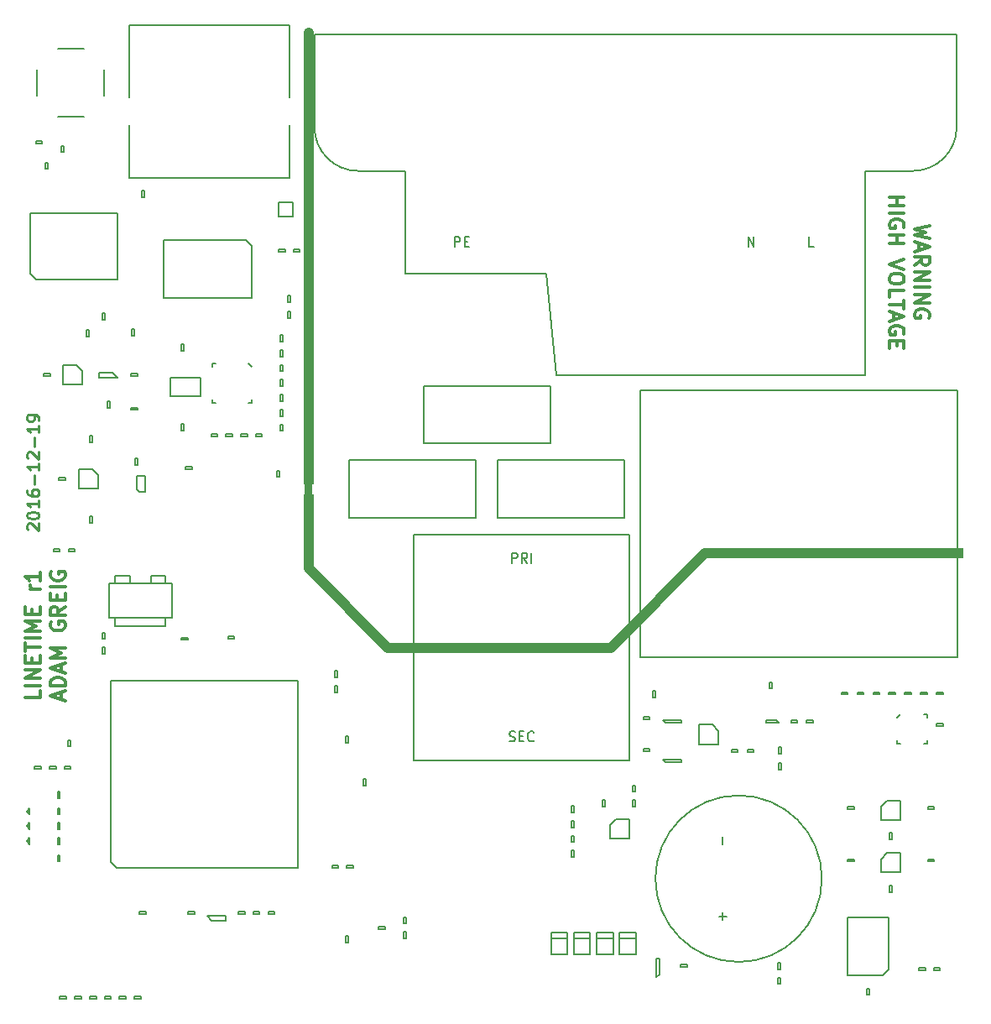
<source format=gto>
G04 #@! TF.FileFunction,Legend,Top*
%FSLAX46Y46*%
G04 Gerber Fmt 4.6, Leading zero omitted, Abs format (unit mm)*
G04 Created by KiCad (PCBNEW 201609280951+7255~55~ubuntu14.04.1-) date Mon Dec 19 07:10:35 2016*
%MOMM*%
%LPD*%
G01*
G04 APERTURE LIST*
%ADD10C,0.100000*%
%ADD11C,0.250000*%
%ADD12C,0.300000*%
%ADD13C,0.200000*%
%ADD14C,1.000000*%
%ADD15C,0.150000*%
%ADD16R,1.000000X0.950000*%
%ADD17R,0.300000X1.500000*%
%ADD18R,1.500000X0.300000*%
%ADD19C,3.600000*%
%ADD20C,2.500000*%
%ADD21C,2.000000*%
%ADD22R,0.950000X1.000000*%
%ADD23C,1.600000*%
%ADD24R,2.400000X1.900000*%
%ADD25R,1.800000X1.150000*%
%ADD26C,2.540000*%
%ADD27C,3.251200*%
%ADD28C,1.400000*%
%ADD29C,1.200000*%
%ADD30R,0.620000X0.620000*%
%ADD31R,0.640000X1.910000*%
%ADD32C,1.300000*%
%ADD33C,1.016000*%
%ADD34R,0.700000X1.800000*%
%ADD35R,0.300000X1.450000*%
%ADD36R,1.450000X0.450000*%
%ADD37R,0.450000X1.450000*%
%ADD38R,0.600000X0.250000*%
%ADD39R,0.250000X0.600000*%
%ADD40R,1.702000X1.702000*%
%ADD41R,0.230000X0.480000*%
%ADD42R,0.480000X0.230000*%
%ADD43R,1.002000X1.002000*%
%ADD44R,0.400000X0.950000*%
%ADD45C,2.800000*%
%ADD46R,0.800000X1.000000*%
%ADD47R,0.600000X1.000000*%
%ADD48R,1.000000X0.600000*%
%ADD49R,0.600000X1.100000*%
%ADD50R,1.850000X0.450000*%
%ADD51C,0.254000*%
G04 APERTURE END LIST*
D10*
D11*
X53707142Y-100128571D02*
X53650000Y-100071428D01*
X53592857Y-99957142D01*
X53592857Y-99671428D01*
X53650000Y-99557142D01*
X53707142Y-99500000D01*
X53821428Y-99442857D01*
X53935714Y-99442857D01*
X54107142Y-99500000D01*
X54792857Y-100185714D01*
X54792857Y-99442857D01*
X53592857Y-98700000D02*
X53592857Y-98585714D01*
X53650000Y-98471428D01*
X53707142Y-98414285D01*
X53821428Y-98357142D01*
X54050000Y-98300000D01*
X54335714Y-98300000D01*
X54564285Y-98357142D01*
X54678571Y-98414285D01*
X54735714Y-98471428D01*
X54792857Y-98585714D01*
X54792857Y-98700000D01*
X54735714Y-98814285D01*
X54678571Y-98871428D01*
X54564285Y-98928571D01*
X54335714Y-98985714D01*
X54050000Y-98985714D01*
X53821428Y-98928571D01*
X53707142Y-98871428D01*
X53650000Y-98814285D01*
X53592857Y-98700000D01*
X54792857Y-97157142D02*
X54792857Y-97842857D01*
X54792857Y-97500000D02*
X53592857Y-97500000D01*
X53764285Y-97614285D01*
X53878571Y-97728571D01*
X53935714Y-97842857D01*
X53592857Y-96128571D02*
X53592857Y-96357142D01*
X53650000Y-96471428D01*
X53707142Y-96528571D01*
X53878571Y-96642857D01*
X54107142Y-96700000D01*
X54564285Y-96700000D01*
X54678571Y-96642857D01*
X54735714Y-96585714D01*
X54792857Y-96471428D01*
X54792857Y-96242857D01*
X54735714Y-96128571D01*
X54678571Y-96071428D01*
X54564285Y-96014285D01*
X54278571Y-96014285D01*
X54164285Y-96071428D01*
X54107142Y-96128571D01*
X54050000Y-96242857D01*
X54050000Y-96471428D01*
X54107142Y-96585714D01*
X54164285Y-96642857D01*
X54278571Y-96700000D01*
X54335714Y-95500000D02*
X54335714Y-94585714D01*
X54792857Y-93385714D02*
X54792857Y-94071428D01*
X54792857Y-93728571D02*
X53592857Y-93728571D01*
X53764285Y-93842857D01*
X53878571Y-93957142D01*
X53935714Y-94071428D01*
X53707142Y-92928571D02*
X53650000Y-92871428D01*
X53592857Y-92757142D01*
X53592857Y-92471428D01*
X53650000Y-92357142D01*
X53707142Y-92300000D01*
X53821428Y-92242857D01*
X53935714Y-92242857D01*
X54107142Y-92300000D01*
X54792857Y-92985714D01*
X54792857Y-92242857D01*
X54335714Y-91728571D02*
X54335714Y-90814285D01*
X54792857Y-89614285D02*
X54792857Y-90300000D01*
X54792857Y-89957142D02*
X53592857Y-89957142D01*
X53764285Y-90071428D01*
X53878571Y-90185714D01*
X53935714Y-90300000D01*
X54792857Y-89042857D02*
X54792857Y-88814285D01*
X54735714Y-88700000D01*
X54678571Y-88642857D01*
X54507142Y-88528571D01*
X54278571Y-88471428D01*
X53821428Y-88471428D01*
X53707142Y-88528571D01*
X53650000Y-88585714D01*
X53592857Y-88700000D01*
X53592857Y-88928571D01*
X53650000Y-89042857D01*
X53707142Y-89100000D01*
X53821428Y-89157142D01*
X54107142Y-89157142D01*
X54221428Y-89100000D01*
X54278571Y-89042857D01*
X54335714Y-88928571D01*
X54335714Y-88700000D01*
X54278571Y-88585714D01*
X54221428Y-88528571D01*
X54107142Y-88471428D01*
D12*
X54903571Y-116321428D02*
X54903571Y-117035714D01*
X53403571Y-117035714D01*
X54903571Y-115821428D02*
X53403571Y-115821428D01*
X54903571Y-115107142D02*
X53403571Y-115107142D01*
X54903571Y-114250000D01*
X53403571Y-114250000D01*
X54117857Y-113535714D02*
X54117857Y-113035714D01*
X54903571Y-112821428D02*
X54903571Y-113535714D01*
X53403571Y-113535714D01*
X53403571Y-112821428D01*
X53403571Y-112392857D02*
X53403571Y-111535714D01*
X54903571Y-111964285D02*
X53403571Y-111964285D01*
X54903571Y-111035714D02*
X53403571Y-111035714D01*
X54903571Y-110321428D02*
X53403571Y-110321428D01*
X54475000Y-109821428D01*
X53403571Y-109321428D01*
X54903571Y-109321428D01*
X54117857Y-108607142D02*
X54117857Y-108107142D01*
X54903571Y-107892857D02*
X54903571Y-108607142D01*
X53403571Y-108607142D01*
X53403571Y-107892857D01*
X54903571Y-106107142D02*
X53903571Y-106107142D01*
X54189285Y-106107142D02*
X54046428Y-106035714D01*
X53975000Y-105964285D01*
X53903571Y-105821428D01*
X53903571Y-105678571D01*
X54903571Y-104392857D02*
X54903571Y-105250000D01*
X54903571Y-104821428D02*
X53403571Y-104821428D01*
X53617857Y-104964285D01*
X53760714Y-105107142D01*
X53832142Y-105250000D01*
X57025000Y-117214285D02*
X57025000Y-116500000D01*
X57453571Y-117357142D02*
X55953571Y-116857142D01*
X57453571Y-116357142D01*
X57453571Y-115857142D02*
X55953571Y-115857142D01*
X55953571Y-115500000D01*
X56025000Y-115285714D01*
X56167857Y-115142857D01*
X56310714Y-115071428D01*
X56596428Y-115000000D01*
X56810714Y-115000000D01*
X57096428Y-115071428D01*
X57239285Y-115142857D01*
X57382142Y-115285714D01*
X57453571Y-115500000D01*
X57453571Y-115857142D01*
X57025000Y-114428571D02*
X57025000Y-113714285D01*
X57453571Y-114571428D02*
X55953571Y-114071428D01*
X57453571Y-113571428D01*
X57453571Y-113071428D02*
X55953571Y-113071428D01*
X57025000Y-112571428D01*
X55953571Y-112071428D01*
X57453571Y-112071428D01*
X56025000Y-109428571D02*
X55953571Y-109571428D01*
X55953571Y-109785714D01*
X56025000Y-110000000D01*
X56167857Y-110142857D01*
X56310714Y-110214285D01*
X56596428Y-110285714D01*
X56810714Y-110285714D01*
X57096428Y-110214285D01*
X57239285Y-110142857D01*
X57382142Y-110000000D01*
X57453571Y-109785714D01*
X57453571Y-109642857D01*
X57382142Y-109428571D01*
X57310714Y-109357142D01*
X56810714Y-109357142D01*
X56810714Y-109642857D01*
X57453571Y-107857142D02*
X56739285Y-108357142D01*
X57453571Y-108714285D02*
X55953571Y-108714285D01*
X55953571Y-108142857D01*
X56025000Y-108000000D01*
X56096428Y-107928571D01*
X56239285Y-107857142D01*
X56453571Y-107857142D01*
X56596428Y-107928571D01*
X56667857Y-108000000D01*
X56739285Y-108142857D01*
X56739285Y-108714285D01*
X56667857Y-107214285D02*
X56667857Y-106714285D01*
X57453571Y-106500000D02*
X57453571Y-107214285D01*
X55953571Y-107214285D01*
X55953571Y-106500000D01*
X57453571Y-105857142D02*
X55953571Y-105857142D01*
X56025000Y-104357142D02*
X55953571Y-104500000D01*
X55953571Y-104714285D01*
X56025000Y-104928571D01*
X56167857Y-105071428D01*
X56310714Y-105142857D01*
X56596428Y-105214285D01*
X56810714Y-105214285D01*
X57096428Y-105142857D01*
X57239285Y-105071428D01*
X57382142Y-104928571D01*
X57453571Y-104714285D01*
X57453571Y-104571428D01*
X57382142Y-104357142D01*
X57310714Y-104285714D01*
X56810714Y-104285714D01*
X56810714Y-104571428D01*
X144646428Y-69435714D02*
X143146428Y-69792857D01*
X144217857Y-70078571D01*
X143146428Y-70364285D01*
X144646428Y-70721428D01*
X143575000Y-71221428D02*
X143575000Y-71935714D01*
X143146428Y-71078571D02*
X144646428Y-71578571D01*
X143146428Y-72078571D01*
X143146428Y-73435714D02*
X143860714Y-72935714D01*
X143146428Y-72578571D02*
X144646428Y-72578571D01*
X144646428Y-73150000D01*
X144575000Y-73292857D01*
X144503571Y-73364285D01*
X144360714Y-73435714D01*
X144146428Y-73435714D01*
X144003571Y-73364285D01*
X143932142Y-73292857D01*
X143860714Y-73150000D01*
X143860714Y-72578571D01*
X143146428Y-74078571D02*
X144646428Y-74078571D01*
X143146428Y-74935714D01*
X144646428Y-74935714D01*
X143146428Y-75650000D02*
X144646428Y-75650000D01*
X143146428Y-76364285D02*
X144646428Y-76364285D01*
X143146428Y-77221428D01*
X144646428Y-77221428D01*
X144575000Y-78721428D02*
X144646428Y-78578571D01*
X144646428Y-78364285D01*
X144575000Y-78150000D01*
X144432142Y-78007142D01*
X144289285Y-77935714D01*
X144003571Y-77864285D01*
X143789285Y-77864285D01*
X143503571Y-77935714D01*
X143360714Y-78007142D01*
X143217857Y-78150000D01*
X143146428Y-78364285D01*
X143146428Y-78507142D01*
X143217857Y-78721428D01*
X143289285Y-78792857D01*
X143789285Y-78792857D01*
X143789285Y-78507142D01*
X140596428Y-66578571D02*
X142096428Y-66578571D01*
X141382142Y-66578571D02*
X141382142Y-67435714D01*
X140596428Y-67435714D02*
X142096428Y-67435714D01*
X140596428Y-68150000D02*
X142096428Y-68150000D01*
X142025000Y-69650000D02*
X142096428Y-69507142D01*
X142096428Y-69292857D01*
X142025000Y-69078571D01*
X141882142Y-68935714D01*
X141739285Y-68864285D01*
X141453571Y-68792857D01*
X141239285Y-68792857D01*
X140953571Y-68864285D01*
X140810714Y-68935714D01*
X140667857Y-69078571D01*
X140596428Y-69292857D01*
X140596428Y-69435714D01*
X140667857Y-69650000D01*
X140739285Y-69721428D01*
X141239285Y-69721428D01*
X141239285Y-69435714D01*
X140596428Y-70364285D02*
X142096428Y-70364285D01*
X141382142Y-70364285D02*
X141382142Y-71221428D01*
X140596428Y-71221428D02*
X142096428Y-71221428D01*
X142096428Y-72864285D02*
X140596428Y-73364285D01*
X142096428Y-73864285D01*
X142096428Y-74650000D02*
X142096428Y-74935714D01*
X142025000Y-75078571D01*
X141882142Y-75221428D01*
X141596428Y-75292857D01*
X141096428Y-75292857D01*
X140810714Y-75221428D01*
X140667857Y-75078571D01*
X140596428Y-74935714D01*
X140596428Y-74650000D01*
X140667857Y-74507142D01*
X140810714Y-74364285D01*
X141096428Y-74292857D01*
X141596428Y-74292857D01*
X141882142Y-74364285D01*
X142025000Y-74507142D01*
X142096428Y-74650000D01*
X140596428Y-76650000D02*
X140596428Y-75935714D01*
X142096428Y-75935714D01*
X142096428Y-76935714D02*
X142096428Y-77792857D01*
X140596428Y-77364285D02*
X142096428Y-77364285D01*
X141025000Y-78221428D02*
X141025000Y-78935714D01*
X140596428Y-78078571D02*
X142096428Y-78578571D01*
X140596428Y-79078571D01*
X142025000Y-80364285D02*
X142096428Y-80221428D01*
X142096428Y-80007142D01*
X142025000Y-79792857D01*
X141882142Y-79650000D01*
X141739285Y-79578571D01*
X141453571Y-79507142D01*
X141239285Y-79507142D01*
X140953571Y-79578571D01*
X140810714Y-79650000D01*
X140667857Y-79792857D01*
X140596428Y-80007142D01*
X140596428Y-80150000D01*
X140667857Y-80364285D01*
X140739285Y-80435714D01*
X141239285Y-80435714D01*
X141239285Y-80150000D01*
X141382142Y-81078571D02*
X141382142Y-81578571D01*
X140596428Y-81792857D02*
X140596428Y-81078571D01*
X142096428Y-81078571D01*
X142096428Y-81792857D01*
D13*
X82000000Y-50000000D02*
X82000000Y-50000000D01*
D14*
X82000000Y-104000000D02*
X82000000Y-50000000D01*
X90000000Y-112000000D02*
X82000000Y-104000000D01*
X112500000Y-112000000D02*
X90000000Y-112000000D01*
X122000000Y-102500000D02*
X112500000Y-112000000D01*
X148000000Y-102500000D02*
X122000000Y-102500000D01*
D15*
X77325000Y-90475000D02*
X77325000Y-90725000D01*
X77325000Y-90725000D02*
X76675000Y-90725000D01*
X76675000Y-90725000D02*
X76675000Y-90475000D01*
X76675000Y-90475000D02*
X77325000Y-90475000D01*
X62050000Y-133600000D02*
X62050000Y-115300000D01*
X62050000Y-115300000D02*
X80950000Y-115300000D01*
X80950000Y-115300000D02*
X80950000Y-134200000D01*
X80950000Y-134200000D02*
X62650000Y-134200000D01*
X62650000Y-134200000D02*
X62050000Y-133600000D01*
X147400000Y-50100000D02*
X147400000Y-59500000D01*
X143000000Y-63900000D02*
G75*
G03X147400000Y-59500000I0J4400000D01*
G01*
X143000000Y-63900000D02*
X138200000Y-63900000D01*
X138200000Y-63900000D02*
X138200000Y-84500000D01*
X138200000Y-84500000D02*
X107000000Y-84500000D01*
X107000000Y-84500000D02*
X106000000Y-74300000D01*
X106000000Y-74300000D02*
X91800000Y-74300000D01*
X91800000Y-74300000D02*
X91800000Y-63900000D01*
X91800000Y-63900000D02*
X87000000Y-63900000D01*
X82600000Y-59500000D02*
G75*
G03X87000000Y-63900000I4400000J0D01*
G01*
X82600000Y-59500000D02*
X82600000Y-50100000D01*
X82600000Y-50100000D02*
X147400000Y-50100000D01*
X57375000Y-123975000D02*
X58025000Y-123975000D01*
X57375000Y-124225000D02*
X57375000Y-123975000D01*
X58025000Y-124225000D02*
X57375000Y-124225000D01*
X58025000Y-123975000D02*
X58025000Y-124225000D01*
X56525000Y-123975000D02*
X56525000Y-124225000D01*
X56525000Y-124225000D02*
X55875000Y-124225000D01*
X55875000Y-124225000D02*
X55875000Y-123975000D01*
X55875000Y-123975000D02*
X56525000Y-123975000D01*
X54375000Y-123975000D02*
X55025000Y-123975000D01*
X54375000Y-124225000D02*
X54375000Y-123975000D01*
X55025000Y-124225000D02*
X54375000Y-124225000D01*
X55025000Y-123975000D02*
X55025000Y-124225000D01*
X56925000Y-126525000D02*
X56925000Y-127175000D01*
X56675000Y-126525000D02*
X56925000Y-126525000D01*
X56675000Y-127175000D02*
X56675000Y-126525000D01*
X56925000Y-127175000D02*
X56675000Y-127175000D01*
X115775000Y-118975000D02*
X116425000Y-118975000D01*
X115775000Y-119225000D02*
X115775000Y-118975000D01*
X116425000Y-119225000D02*
X115775000Y-119225000D01*
X116425000Y-118975000D02*
X116425000Y-119225000D01*
X55925000Y-84325000D02*
X55925000Y-84575000D01*
X55925000Y-84575000D02*
X55275000Y-84575000D01*
X55275000Y-84575000D02*
X55275000Y-84325000D01*
X55275000Y-84325000D02*
X55925000Y-84325000D01*
X91825000Y-139825000D02*
X91575000Y-139825000D01*
X91575000Y-139825000D02*
X91575000Y-139175000D01*
X91575000Y-139175000D02*
X91825000Y-139175000D01*
X91825000Y-139175000D02*
X91825000Y-139825000D01*
X133800000Y-135300000D02*
G75*
G03X133800000Y-135300000I-8400000J0D01*
G01*
X71075000Y-84800000D02*
X71075000Y-86600000D01*
X71075000Y-86600000D02*
X68025000Y-86600000D01*
X68025000Y-86600000D02*
X68025000Y-84800000D01*
X68025000Y-84800000D02*
X71075000Y-84800000D01*
X57775000Y-102025000D02*
X58425000Y-102025000D01*
X57775000Y-102275000D02*
X57775000Y-102025000D01*
X58425000Y-102275000D02*
X57775000Y-102275000D01*
X58425000Y-102025000D02*
X58425000Y-102275000D01*
X56925000Y-102025000D02*
X56925000Y-102275000D01*
X56925000Y-102275000D02*
X56275000Y-102275000D01*
X56275000Y-102275000D02*
X56275000Y-102025000D01*
X56275000Y-102025000D02*
X56925000Y-102025000D01*
X78975000Y-68525000D02*
X78975000Y-67075000D01*
X78975000Y-67075000D02*
X80425000Y-67075000D01*
X80425000Y-67075000D02*
X80425000Y-68525000D01*
X80425000Y-68525000D02*
X78975000Y-68525000D01*
X60175000Y-99375000D02*
X59925000Y-99375000D01*
X59925000Y-99375000D02*
X59925000Y-98725000D01*
X59925000Y-98725000D02*
X60175000Y-98725000D01*
X60175000Y-98725000D02*
X60175000Y-99375000D01*
X63900000Y-64600000D02*
X80100000Y-64600000D01*
X63900000Y-59300000D02*
X63900000Y-64600000D01*
X63900000Y-49200000D02*
X63900000Y-56500000D01*
X80100000Y-49200000D02*
X63900000Y-49200000D01*
X80100000Y-56500000D02*
X80100000Y-49200000D01*
X80100000Y-64600000D02*
X80100000Y-59300000D01*
X128725000Y-116125000D02*
X128475000Y-116125000D01*
X128475000Y-116125000D02*
X128475000Y-115475000D01*
X128475000Y-115475000D02*
X128725000Y-115475000D01*
X128725000Y-115475000D02*
X128725000Y-116125000D01*
X57575000Y-147175000D02*
X57575000Y-147425000D01*
X57575000Y-147425000D02*
X56925000Y-147425000D01*
X56925000Y-147425000D02*
X56925000Y-147175000D01*
X56925000Y-147175000D02*
X57575000Y-147175000D01*
X129725000Y-122025000D02*
X129725000Y-122675000D01*
X129475000Y-122025000D02*
X129725000Y-122025000D01*
X129475000Y-122675000D02*
X129475000Y-122025000D01*
X129725000Y-122675000D02*
X129475000Y-122675000D01*
X77075000Y-138625000D02*
X77075000Y-138875000D01*
X77075000Y-138875000D02*
X76425000Y-138875000D01*
X76425000Y-138875000D02*
X76425000Y-138625000D01*
X76425000Y-138625000D02*
X77075000Y-138625000D01*
X74925000Y-138625000D02*
X75575000Y-138625000D01*
X74925000Y-138875000D02*
X74925000Y-138625000D01*
X75575000Y-138875000D02*
X74925000Y-138875000D01*
X75575000Y-138625000D02*
X75575000Y-138875000D01*
X69175000Y-111225000D02*
X69175000Y-110975000D01*
X69175000Y-110975000D02*
X69825000Y-110975000D01*
X69825000Y-110975000D02*
X69825000Y-111225000D01*
X69825000Y-111225000D02*
X69175000Y-111225000D01*
X64425000Y-147175000D02*
X65075000Y-147175000D01*
X64425000Y-147425000D02*
X64425000Y-147175000D01*
X65075000Y-147425000D02*
X64425000Y-147425000D01*
X65075000Y-147175000D02*
X65075000Y-147425000D01*
X60575000Y-147175000D02*
X60575000Y-147425000D01*
X60575000Y-147425000D02*
X59925000Y-147425000D01*
X59925000Y-147425000D02*
X59925000Y-147175000D01*
X59925000Y-147175000D02*
X60575000Y-147175000D01*
X64075000Y-84375000D02*
X64725000Y-84375000D01*
X64075000Y-84625000D02*
X64075000Y-84375000D01*
X64725000Y-84625000D02*
X64075000Y-84625000D01*
X64725000Y-84375000D02*
X64725000Y-84625000D01*
X84625000Y-114325000D02*
X84875000Y-114325000D01*
X84875000Y-114325000D02*
X84875000Y-114975000D01*
X84875000Y-114975000D02*
X84625000Y-114975000D01*
X84625000Y-114975000D02*
X84625000Y-114325000D01*
X85875000Y-133925000D02*
X86525000Y-133925000D01*
X85875000Y-134175000D02*
X85875000Y-133925000D01*
X86525000Y-134175000D02*
X85875000Y-134175000D01*
X86525000Y-133925000D02*
X86525000Y-134175000D01*
X138325000Y-146375000D02*
X138575000Y-146375000D01*
X138575000Y-146375000D02*
X138575000Y-147025000D01*
X138575000Y-147025000D02*
X138325000Y-147025000D01*
X138325000Y-147025000D02*
X138325000Y-146375000D01*
X129475000Y-124275000D02*
X129475000Y-123625000D01*
X129725000Y-124275000D02*
X129475000Y-124275000D01*
X129725000Y-123625000D02*
X129725000Y-124275000D01*
X129475000Y-123625000D02*
X129725000Y-123625000D01*
X55725000Y-63725000D02*
X55475000Y-63725000D01*
X55475000Y-63725000D02*
X55475000Y-63075000D01*
X55475000Y-63075000D02*
X55725000Y-63075000D01*
X55725000Y-63075000D02*
X55725000Y-63725000D01*
X65425000Y-65875000D02*
X65425000Y-66525000D01*
X65175000Y-65875000D02*
X65425000Y-65875000D01*
X65175000Y-66525000D02*
X65175000Y-65875000D01*
X65425000Y-66525000D02*
X65175000Y-66525000D01*
X78975000Y-72025000D02*
X78975000Y-71775000D01*
X78975000Y-71775000D02*
X79625000Y-71775000D01*
X79625000Y-71775000D02*
X79625000Y-72025000D01*
X79625000Y-72025000D02*
X78975000Y-72025000D01*
X81125000Y-72025000D02*
X80475000Y-72025000D01*
X81125000Y-71775000D02*
X81125000Y-72025000D01*
X80475000Y-71775000D02*
X81125000Y-71775000D01*
X80475000Y-72025000D02*
X80475000Y-71775000D01*
X72825000Y-90475000D02*
X72825000Y-90725000D01*
X72825000Y-90725000D02*
X72175000Y-90725000D01*
X72175000Y-90725000D02*
X72175000Y-90475000D01*
X72175000Y-90475000D02*
X72825000Y-90475000D01*
X75175000Y-90475000D02*
X75825000Y-90475000D01*
X75175000Y-90725000D02*
X75175000Y-90475000D01*
X75825000Y-90725000D02*
X75175000Y-90725000D01*
X75825000Y-90475000D02*
X75825000Y-90725000D01*
X64425000Y-80525000D02*
X64175000Y-80525000D01*
X64175000Y-80525000D02*
X64175000Y-79875000D01*
X64175000Y-79875000D02*
X64425000Y-79875000D01*
X64425000Y-79875000D02*
X64425000Y-80525000D01*
X131325000Y-119525000D02*
X130675000Y-119525000D01*
X131325000Y-119275000D02*
X131325000Y-119525000D01*
X130675000Y-119275000D02*
X131325000Y-119275000D01*
X130675000Y-119525000D02*
X130675000Y-119275000D01*
X79425000Y-87125000D02*
X79175000Y-87125000D01*
X79175000Y-87125000D02*
X79175000Y-86475000D01*
X79175000Y-86475000D02*
X79425000Y-86475000D01*
X79425000Y-86475000D02*
X79425000Y-87125000D01*
X79425000Y-87975000D02*
X79425000Y-88625000D01*
X79175000Y-87975000D02*
X79425000Y-87975000D01*
X79175000Y-88625000D02*
X79175000Y-87975000D01*
X79425000Y-88625000D02*
X79175000Y-88625000D01*
X79425000Y-90125000D02*
X79175000Y-90125000D01*
X79175000Y-90125000D02*
X79175000Y-89475000D01*
X79175000Y-89475000D02*
X79425000Y-89475000D01*
X79425000Y-89475000D02*
X79425000Y-90125000D01*
X79875000Y-77125000D02*
X79875000Y-76475000D01*
X80125000Y-77125000D02*
X79875000Y-77125000D01*
X80125000Y-76475000D02*
X80125000Y-77125000D01*
X79875000Y-76475000D02*
X80125000Y-76475000D01*
X111875000Y-128025000D02*
X111625000Y-128025000D01*
X111625000Y-128025000D02*
X111625000Y-127375000D01*
X111625000Y-127375000D02*
X111875000Y-127375000D01*
X111875000Y-127375000D02*
X111875000Y-128025000D01*
X56925000Y-129675000D02*
X56925000Y-130325000D01*
X56675000Y-129675000D02*
X56925000Y-129675000D01*
X56675000Y-130325000D02*
X56675000Y-129675000D01*
X56925000Y-130325000D02*
X56675000Y-130325000D01*
X56925000Y-128825000D02*
X56675000Y-128825000D01*
X56675000Y-128825000D02*
X56675000Y-128175000D01*
X56675000Y-128175000D02*
X56925000Y-128175000D01*
X56925000Y-128175000D02*
X56925000Y-128825000D01*
X74525000Y-111075000D02*
X73875000Y-111075000D01*
X74525000Y-110825000D02*
X74525000Y-111075000D01*
X73875000Y-110825000D02*
X74525000Y-110825000D01*
X73875000Y-111075000D02*
X73875000Y-110825000D01*
X56925000Y-131825000D02*
X56675000Y-131825000D01*
X56675000Y-131825000D02*
X56675000Y-131175000D01*
X56675000Y-131175000D02*
X56925000Y-131175000D01*
X56925000Y-131175000D02*
X56925000Y-131825000D01*
X63575000Y-147175000D02*
X63575000Y-147425000D01*
X63575000Y-147425000D02*
X62925000Y-147425000D01*
X62925000Y-147425000D02*
X62925000Y-147175000D01*
X62925000Y-147175000D02*
X63575000Y-147175000D01*
X64925000Y-138625000D02*
X65575000Y-138625000D01*
X64925000Y-138875000D02*
X64925000Y-138625000D01*
X65575000Y-138875000D02*
X64925000Y-138875000D01*
X65575000Y-138625000D02*
X65575000Y-138875000D01*
X79175000Y-83475000D02*
X79425000Y-83475000D01*
X79425000Y-83475000D02*
X79425000Y-84125000D01*
X79425000Y-84125000D02*
X79175000Y-84125000D01*
X79175000Y-84125000D02*
X79175000Y-83475000D01*
X57075000Y-62025000D02*
X57075000Y-61375000D01*
X57325000Y-62025000D02*
X57075000Y-62025000D01*
X57325000Y-61375000D02*
X57325000Y-62025000D01*
X57075000Y-61375000D02*
X57325000Y-61375000D01*
X81875000Y-96325000D02*
X81875000Y-95675000D01*
X82125000Y-96325000D02*
X81875000Y-96325000D01*
X82125000Y-95675000D02*
X82125000Y-96325000D01*
X81875000Y-95675000D02*
X82125000Y-95675000D01*
X78575000Y-138625000D02*
X78575000Y-138875000D01*
X78575000Y-138875000D02*
X77925000Y-138875000D01*
X77925000Y-138875000D02*
X77925000Y-138625000D01*
X77925000Y-138625000D02*
X78575000Y-138625000D01*
X79425000Y-80475000D02*
X79425000Y-81125000D01*
X79175000Y-80475000D02*
X79425000Y-80475000D01*
X79175000Y-81125000D02*
X79175000Y-80475000D01*
X79425000Y-81125000D02*
X79175000Y-81125000D01*
X70225000Y-94025000D02*
X69575000Y-94025000D01*
X70225000Y-93775000D02*
X70225000Y-94025000D01*
X69575000Y-93775000D02*
X70225000Y-93775000D01*
X69575000Y-94025000D02*
X69575000Y-93775000D01*
X79075000Y-94775000D02*
X78825000Y-94775000D01*
X78825000Y-94775000D02*
X78825000Y-94125000D01*
X78825000Y-94125000D02*
X79075000Y-94125000D01*
X79075000Y-94125000D02*
X79075000Y-94775000D01*
X142175000Y-116475000D02*
X142825000Y-116475000D01*
X142175000Y-116725000D02*
X142175000Y-116475000D01*
X142825000Y-116725000D02*
X142175000Y-116725000D01*
X142825000Y-116475000D02*
X142825000Y-116725000D01*
X144425000Y-116475000D02*
X144425000Y-116725000D01*
X144425000Y-116725000D02*
X143775000Y-116725000D01*
X143775000Y-116725000D02*
X143775000Y-116475000D01*
X143775000Y-116475000D02*
X144425000Y-116475000D01*
X140575000Y-116475000D02*
X141225000Y-116475000D01*
X140575000Y-116725000D02*
X140575000Y-116475000D01*
X141225000Y-116725000D02*
X140575000Y-116725000D01*
X141225000Y-116475000D02*
X141225000Y-116725000D01*
X137375000Y-116725000D02*
X137375000Y-116475000D01*
X137375000Y-116475000D02*
X138025000Y-116475000D01*
X138025000Y-116475000D02*
X138025000Y-116725000D01*
X138025000Y-116725000D02*
X137375000Y-116725000D01*
X135775000Y-116475000D02*
X136425000Y-116475000D01*
X135775000Y-116725000D02*
X135775000Y-116475000D01*
X136425000Y-116725000D02*
X135775000Y-116725000D01*
X136425000Y-116475000D02*
X136425000Y-116725000D01*
X74325000Y-90475000D02*
X74325000Y-90725000D01*
X74325000Y-90725000D02*
X73675000Y-90725000D01*
X73675000Y-90725000D02*
X73675000Y-90475000D01*
X73675000Y-90475000D02*
X74325000Y-90475000D01*
X85975000Y-141075000D02*
X85975000Y-141725000D01*
X85725000Y-141075000D02*
X85975000Y-141075000D01*
X85725000Y-141725000D02*
X85725000Y-141075000D01*
X85975000Y-141725000D02*
X85725000Y-141725000D01*
X108525000Y-130975000D02*
X108775000Y-130975000D01*
X108775000Y-130975000D02*
X108775000Y-131625000D01*
X108775000Y-131625000D02*
X108525000Y-131625000D01*
X108525000Y-131625000D02*
X108525000Y-130975000D01*
X108525000Y-130125000D02*
X108525000Y-129475000D01*
X108775000Y-130125000D02*
X108525000Y-130125000D01*
X108775000Y-129475000D02*
X108775000Y-130125000D01*
X108525000Y-129475000D02*
X108775000Y-129475000D01*
X119575000Y-144225000D02*
X119575000Y-143975000D01*
X119575000Y-143975000D02*
X120225000Y-143975000D01*
X120225000Y-143975000D02*
X120225000Y-144225000D01*
X120225000Y-144225000D02*
X119575000Y-144225000D01*
X61475000Y-111975000D02*
X61475000Y-112625000D01*
X61225000Y-111975000D02*
X61475000Y-111975000D01*
X61225000Y-112625000D02*
X61225000Y-111975000D01*
X61475000Y-112625000D02*
X61225000Y-112625000D01*
X84625000Y-115825000D02*
X84875000Y-115825000D01*
X84875000Y-115825000D02*
X84875000Y-116475000D01*
X84875000Y-116475000D02*
X84625000Y-116475000D01*
X84625000Y-116475000D02*
X84625000Y-115825000D01*
X87525000Y-125925000D02*
X87525000Y-125275000D01*
X87775000Y-125925000D02*
X87525000Y-125925000D01*
X87775000Y-125275000D02*
X87775000Y-125925000D01*
X87525000Y-125275000D02*
X87775000Y-125275000D01*
X70475000Y-138625000D02*
X70475000Y-138875000D01*
X70475000Y-138875000D02*
X69825000Y-138875000D01*
X69825000Y-138875000D02*
X69825000Y-138625000D01*
X69825000Y-138625000D02*
X70475000Y-138625000D01*
X57975000Y-121975000D02*
X57725000Y-121975000D01*
X57725000Y-121975000D02*
X57725000Y-121325000D01*
X57725000Y-121325000D02*
X57975000Y-121325000D01*
X57975000Y-121325000D02*
X57975000Y-121975000D01*
X85775000Y-121575000D02*
X85775000Y-120925000D01*
X86025000Y-121575000D02*
X85775000Y-121575000D01*
X86025000Y-120925000D02*
X86025000Y-121575000D01*
X85775000Y-120925000D02*
X86025000Y-120925000D01*
X56925000Y-133575000D02*
X56675000Y-133575000D01*
X56675000Y-133575000D02*
X56675000Y-132925000D01*
X56675000Y-132925000D02*
X56925000Y-132925000D01*
X56925000Y-132925000D02*
X56925000Y-133575000D01*
X129625000Y-143775000D02*
X129625000Y-144425000D01*
X129375000Y-143775000D02*
X129625000Y-143775000D01*
X129375000Y-144425000D02*
X129375000Y-143775000D01*
X129625000Y-144425000D02*
X129375000Y-144425000D01*
X85025000Y-133925000D02*
X85025000Y-134175000D01*
X85025000Y-134175000D02*
X84375000Y-134175000D01*
X84375000Y-134175000D02*
X84375000Y-133925000D01*
X84375000Y-133925000D02*
X85025000Y-133925000D01*
X144225000Y-144525000D02*
X143575000Y-144525000D01*
X144225000Y-144275000D02*
X144225000Y-144525000D01*
X143575000Y-144275000D02*
X144225000Y-144275000D01*
X143575000Y-144525000D02*
X143575000Y-144275000D01*
X145075000Y-144525000D02*
X145075000Y-144275000D01*
X145075000Y-144275000D02*
X145725000Y-144275000D01*
X145725000Y-144275000D02*
X145725000Y-144525000D01*
X145725000Y-144525000D02*
X145075000Y-144525000D01*
X129625000Y-145275000D02*
X129625000Y-145925000D01*
X129375000Y-145275000D02*
X129625000Y-145275000D01*
X129375000Y-145925000D02*
X129375000Y-145275000D01*
X129625000Y-145925000D02*
X129375000Y-145925000D01*
X69125000Y-89425000D02*
X69375000Y-89425000D01*
X69375000Y-89425000D02*
X69375000Y-90075000D01*
X69375000Y-90075000D02*
X69125000Y-90075000D01*
X69125000Y-90075000D02*
X69125000Y-89425000D01*
X79425000Y-84975000D02*
X79425000Y-85625000D01*
X79175000Y-84975000D02*
X79425000Y-84975000D01*
X79175000Y-85625000D02*
X79175000Y-84975000D01*
X79425000Y-85625000D02*
X79175000Y-85625000D01*
X146025000Y-116725000D02*
X145375000Y-116725000D01*
X146025000Y-116475000D02*
X146025000Y-116725000D01*
X145375000Y-116475000D02*
X146025000Y-116475000D01*
X145375000Y-116725000D02*
X145375000Y-116475000D01*
X114725000Y-127375000D02*
X114975000Y-127375000D01*
X114975000Y-127375000D02*
X114975000Y-128025000D01*
X114975000Y-128025000D02*
X114725000Y-128025000D01*
X114725000Y-128025000D02*
X114725000Y-127375000D01*
X139625000Y-116725000D02*
X138975000Y-116725000D01*
X139625000Y-116475000D02*
X139625000Y-116725000D01*
X138975000Y-116475000D02*
X139625000Y-116475000D01*
X138975000Y-116725000D02*
X138975000Y-116475000D01*
X89725000Y-140175000D02*
X89725000Y-140425000D01*
X89725000Y-140425000D02*
X89075000Y-140425000D01*
X89075000Y-140425000D02*
X89075000Y-140175000D01*
X89075000Y-140175000D02*
X89725000Y-140175000D01*
X91825000Y-140675000D02*
X91825000Y-141325000D01*
X91575000Y-140675000D02*
X91825000Y-140675000D01*
X91575000Y-141325000D02*
X91575000Y-140675000D01*
X91825000Y-141325000D02*
X91575000Y-141325000D01*
X108775000Y-132475000D02*
X108775000Y-133125000D01*
X108525000Y-132475000D02*
X108775000Y-132475000D01*
X108525000Y-133125000D02*
X108525000Y-132475000D01*
X108775000Y-133125000D02*
X108525000Y-133125000D01*
X114725000Y-125875000D02*
X114975000Y-125875000D01*
X114975000Y-125875000D02*
X114975000Y-126525000D01*
X114975000Y-126525000D02*
X114725000Y-126525000D01*
X114725000Y-126525000D02*
X114725000Y-125875000D01*
X108775000Y-127975000D02*
X108775000Y-128625000D01*
X108525000Y-127975000D02*
X108775000Y-127975000D01*
X108525000Y-128625000D02*
X108525000Y-127975000D01*
X108775000Y-128625000D02*
X108525000Y-128625000D01*
X145375000Y-119925000D02*
X145375000Y-119675000D01*
X145375000Y-119675000D02*
X146025000Y-119675000D01*
X146025000Y-119675000D02*
X146025000Y-119925000D01*
X146025000Y-119925000D02*
X145375000Y-119925000D01*
X58425000Y-147175000D02*
X59075000Y-147175000D01*
X58425000Y-147425000D02*
X58425000Y-147175000D01*
X59075000Y-147425000D02*
X58425000Y-147425000D01*
X59075000Y-147175000D02*
X59075000Y-147425000D01*
X79425000Y-82625000D02*
X79175000Y-82625000D01*
X79175000Y-82625000D02*
X79175000Y-81975000D01*
X79175000Y-81975000D02*
X79425000Y-81975000D01*
X79425000Y-81975000D02*
X79425000Y-82625000D01*
X55125000Y-61125000D02*
X54475000Y-61125000D01*
X55125000Y-60875000D02*
X55125000Y-61125000D01*
X54475000Y-60875000D02*
X55125000Y-60875000D01*
X54475000Y-61125000D02*
X54475000Y-60875000D01*
X61175000Y-78275000D02*
X61425000Y-78275000D01*
X61425000Y-78275000D02*
X61425000Y-78925000D01*
X61425000Y-78925000D02*
X61175000Y-78925000D01*
X61175000Y-78925000D02*
X61175000Y-78275000D01*
X59825000Y-79975000D02*
X59825000Y-80625000D01*
X59575000Y-79975000D02*
X59825000Y-79975000D01*
X59575000Y-80625000D02*
X59575000Y-79975000D01*
X59825000Y-80625000D02*
X59575000Y-80625000D01*
X61925000Y-87775000D02*
X61675000Y-87775000D01*
X61675000Y-87775000D02*
X61675000Y-87125000D01*
X61675000Y-87125000D02*
X61925000Y-87125000D01*
X61925000Y-87125000D02*
X61925000Y-87775000D01*
X64075000Y-88025000D02*
X64075000Y-87775000D01*
X64075000Y-87775000D02*
X64725000Y-87775000D01*
X64725000Y-87775000D02*
X64725000Y-88025000D01*
X64725000Y-88025000D02*
X64075000Y-88025000D01*
X64725000Y-92925000D02*
X64725000Y-93575000D01*
X64475000Y-92925000D02*
X64725000Y-92925000D01*
X64475000Y-93575000D02*
X64475000Y-92925000D01*
X64725000Y-93575000D02*
X64475000Y-93575000D01*
X60175000Y-90625000D02*
X60175000Y-91275000D01*
X59925000Y-90625000D02*
X60175000Y-90625000D01*
X59925000Y-91275000D02*
X59925000Y-90625000D01*
X60175000Y-91275000D02*
X59925000Y-91275000D01*
X56825000Y-95125000D02*
X56825000Y-94875000D01*
X56825000Y-94875000D02*
X57475000Y-94875000D01*
X57475000Y-94875000D02*
X57475000Y-95125000D01*
X57475000Y-95125000D02*
X56825000Y-95125000D01*
X69125000Y-82025000D02*
X69125000Y-81375000D01*
X69375000Y-82025000D02*
X69125000Y-82025000D01*
X69375000Y-81375000D02*
X69375000Y-82025000D01*
X69125000Y-81375000D02*
X69375000Y-81375000D01*
X126275000Y-122525000D02*
X126275000Y-122275000D01*
X126275000Y-122275000D02*
X126925000Y-122275000D01*
X126925000Y-122275000D02*
X126925000Y-122525000D01*
X126925000Y-122525000D02*
X126275000Y-122525000D01*
X132925000Y-119525000D02*
X132275000Y-119525000D01*
X132925000Y-119275000D02*
X132925000Y-119525000D01*
X132275000Y-119275000D02*
X132925000Y-119275000D01*
X132275000Y-119525000D02*
X132275000Y-119275000D01*
X62075000Y-147175000D02*
X62075000Y-147425000D01*
X62075000Y-147425000D02*
X61425000Y-147425000D01*
X61425000Y-147425000D02*
X61425000Y-147175000D01*
X61425000Y-147175000D02*
X62075000Y-147175000D01*
X144475000Y-133325000D02*
X145125000Y-133325000D01*
X144475000Y-133575000D02*
X144475000Y-133325000D01*
X145125000Y-133575000D02*
X144475000Y-133575000D01*
X145125000Y-133325000D02*
X145125000Y-133575000D01*
X140875000Y-136675000D02*
X140625000Y-136675000D01*
X140625000Y-136675000D02*
X140625000Y-136025000D01*
X140625000Y-136025000D02*
X140875000Y-136025000D01*
X140875000Y-136025000D02*
X140875000Y-136675000D01*
X136375000Y-133325000D02*
X137025000Y-133325000D01*
X136375000Y-133575000D02*
X136375000Y-133325000D01*
X137025000Y-133575000D02*
X136375000Y-133575000D01*
X137025000Y-133325000D02*
X137025000Y-133575000D01*
X79875000Y-78725000D02*
X79875000Y-78075000D01*
X80125000Y-78725000D02*
X79875000Y-78725000D01*
X80125000Y-78075000D02*
X80125000Y-78725000D01*
X79875000Y-78075000D02*
X80125000Y-78075000D01*
X145125000Y-128025000D02*
X145125000Y-128275000D01*
X145125000Y-128275000D02*
X144475000Y-128275000D01*
X144475000Y-128275000D02*
X144475000Y-128025000D01*
X144475000Y-128025000D02*
X145125000Y-128025000D01*
X140875000Y-130675000D02*
X140875000Y-131325000D01*
X140625000Y-130675000D02*
X140875000Y-130675000D01*
X140625000Y-131325000D02*
X140625000Y-130675000D01*
X140875000Y-131325000D02*
X140625000Y-131325000D01*
X137025000Y-128025000D02*
X137025000Y-128275000D01*
X137025000Y-128275000D02*
X136375000Y-128275000D01*
X136375000Y-128275000D02*
X136375000Y-128025000D01*
X136375000Y-128025000D02*
X137025000Y-128025000D01*
X116775000Y-116375000D02*
X117025000Y-116375000D01*
X117025000Y-116375000D02*
X117025000Y-117025000D01*
X117025000Y-117025000D02*
X116775000Y-117025000D01*
X116775000Y-117025000D02*
X116775000Y-116375000D01*
X116425000Y-122175000D02*
X116425000Y-122425000D01*
X116425000Y-122425000D02*
X115775000Y-122425000D01*
X115775000Y-122425000D02*
X115775000Y-122175000D01*
X115775000Y-122175000D02*
X116425000Y-122175000D01*
X61475000Y-110475000D02*
X61475000Y-111125000D01*
X61225000Y-110475000D02*
X61475000Y-110475000D01*
X61225000Y-111125000D02*
X61225000Y-110475000D01*
X61475000Y-111125000D02*
X61225000Y-111125000D01*
X124675000Y-122525000D02*
X124675000Y-122275000D01*
X124675000Y-122275000D02*
X125325000Y-122275000D01*
X125325000Y-122275000D02*
X125325000Y-122525000D01*
X125325000Y-122525000D02*
X124675000Y-122525000D01*
X53575000Y-128500000D02*
X53825000Y-128175000D01*
X53575000Y-128500000D02*
X53825000Y-128825000D01*
X53825000Y-128175000D02*
X53825000Y-128825000D01*
X53825000Y-129675000D02*
X53825000Y-130325000D01*
X53575000Y-130000000D02*
X53825000Y-130325000D01*
X53575000Y-130000000D02*
X53825000Y-129675000D01*
X53575000Y-131500000D02*
X53825000Y-131175000D01*
X53575000Y-131500000D02*
X53825000Y-131825000D01*
X53825000Y-131175000D02*
X53825000Y-131825000D01*
X76245000Y-71470000D02*
X76245000Y-76730000D01*
X76245000Y-76730000D02*
X67355000Y-76730000D01*
X67355000Y-76730000D02*
X67355000Y-70870000D01*
X67355000Y-70870000D02*
X75645000Y-70870000D01*
X75645000Y-70870000D02*
X76245000Y-71470000D01*
X114400000Y-100600000D02*
X92600000Y-100600000D01*
X92600000Y-100600000D02*
X92600000Y-123400000D01*
X92600000Y-123400000D02*
X114400000Y-123400000D01*
X114400000Y-123400000D02*
X114400000Y-100600000D01*
X106400000Y-91400000D02*
X93600000Y-91400000D01*
X93600000Y-91400000D02*
X93600000Y-85600000D01*
X93600000Y-85600000D02*
X106400000Y-85600000D01*
X106400000Y-85600000D02*
X106400000Y-91400000D01*
X98900000Y-93100000D02*
X98900000Y-98900000D01*
X86100000Y-93100000D02*
X98900000Y-93100000D01*
X86100000Y-98900000D02*
X86100000Y-93100000D01*
X98900000Y-98900000D02*
X86100000Y-98900000D01*
X113900000Y-98900000D02*
X101100000Y-98900000D01*
X101100000Y-98900000D02*
X101100000Y-93100000D01*
X101100000Y-93100000D02*
X113900000Y-93100000D01*
X113900000Y-93100000D02*
X113900000Y-98900000D01*
X62510000Y-105535500D02*
X62510000Y-104710000D01*
X62510000Y-104710000D02*
X63970500Y-104710000D01*
X63970500Y-104710000D02*
X63970500Y-105535500D01*
X67590000Y-105535500D02*
X67590000Y-104710000D01*
X67590000Y-104710000D02*
X66129500Y-104710000D01*
X66129500Y-104710000D02*
X66129500Y-105535500D01*
X67590000Y-108964500D02*
X67590000Y-109790000D01*
X67590000Y-109790000D02*
X62510000Y-109790000D01*
X62510000Y-109790000D02*
X62510000Y-108964500D01*
X65050000Y-108964500D02*
X61875000Y-108964500D01*
X61875000Y-108964500D02*
X61875000Y-105535500D01*
X61875000Y-105535500D02*
X68225000Y-105535500D01*
X68225000Y-105535500D02*
X68225000Y-108964500D01*
X68225000Y-108964500D02*
X65050000Y-108964500D01*
X53900000Y-74250000D02*
X53900000Y-68150000D01*
X53900000Y-68150000D02*
X62700000Y-68150000D01*
X62700000Y-68150000D02*
X62700000Y-74850000D01*
X62700000Y-74850000D02*
X54500000Y-74850000D01*
X54500000Y-74850000D02*
X53900000Y-74250000D01*
X59200000Y-84125000D02*
X59200000Y-85475000D01*
X59200000Y-85475000D02*
X57200000Y-85475000D01*
X57200000Y-85475000D02*
X57200000Y-83525000D01*
X57200000Y-83525000D02*
X58600000Y-83525000D01*
X58600000Y-83525000D02*
X59200000Y-84125000D01*
X140375000Y-132725000D02*
X141725000Y-132725000D01*
X141725000Y-132725000D02*
X141725000Y-134675000D01*
X141725000Y-134675000D02*
X139775000Y-134675000D01*
X139775000Y-134675000D02*
X139775000Y-133325000D01*
X139775000Y-133325000D02*
X140375000Y-132725000D01*
X139775000Y-128025000D02*
X140375000Y-127425000D01*
X139775000Y-129375000D02*
X139775000Y-128025000D01*
X141725000Y-129375000D02*
X139775000Y-129375000D01*
X141725000Y-127425000D02*
X141725000Y-129375000D01*
X140375000Y-127425000D02*
X141725000Y-127425000D01*
X123325000Y-120375000D02*
X123325000Y-121725000D01*
X123325000Y-121725000D02*
X121375000Y-121725000D01*
X121375000Y-121725000D02*
X121375000Y-119775000D01*
X121375000Y-119775000D02*
X122725000Y-119775000D01*
X122725000Y-119775000D02*
X123325000Y-120375000D01*
X60175000Y-94025000D02*
X60775000Y-94625000D01*
X58825000Y-94025000D02*
X60175000Y-94025000D01*
X58825000Y-95975000D02*
X58825000Y-94025000D01*
X60775000Y-95975000D02*
X58825000Y-95975000D01*
X60775000Y-94625000D02*
X60775000Y-95975000D01*
X113025000Y-129275000D02*
X114375000Y-129275000D01*
X114375000Y-129275000D02*
X114375000Y-131225000D01*
X114375000Y-131225000D02*
X112425000Y-131225000D01*
X112425000Y-131225000D02*
X112425000Y-129875000D01*
X112425000Y-129875000D02*
X113025000Y-129275000D01*
X141400000Y-119050000D02*
X141750000Y-118700000D01*
X144050000Y-118700000D02*
X144400000Y-118700000D01*
X144400000Y-118700000D02*
X144400000Y-119050000D01*
X144050000Y-121700000D02*
X144400000Y-121700000D01*
X144400000Y-121700000D02*
X144400000Y-121350000D01*
X141750000Y-121700000D02*
X141400000Y-121700000D01*
X141400000Y-121700000D02*
X141400000Y-121350000D01*
X75950000Y-83300000D02*
X76300000Y-83650000D01*
X76300000Y-86950000D02*
X76300000Y-87300000D01*
X76300000Y-87300000D02*
X75950000Y-87300000D01*
X72300000Y-86950000D02*
X72300000Y-87300000D01*
X72300000Y-87300000D02*
X72650000Y-87300000D01*
X72300000Y-83650000D02*
X72300000Y-83300000D01*
X72300000Y-83300000D02*
X72650000Y-83300000D01*
X129450000Y-119525000D02*
X129450000Y-119525000D01*
X129450000Y-119525000D02*
X128150000Y-119525000D01*
X128150000Y-119525000D02*
X128150000Y-119275000D01*
X128150000Y-119275000D02*
X129200000Y-119275000D01*
X129200000Y-119275000D02*
X129450000Y-119525000D01*
X56700000Y-58400000D02*
X59300000Y-58400000D01*
X54600000Y-53700000D02*
X54600000Y-56300000D01*
X61400000Y-53700000D02*
X61400000Y-56300000D01*
X56700000Y-51600000D02*
X59300000Y-51600000D01*
X112725000Y-141300000D02*
X111075000Y-141300000D01*
X111075000Y-140750000D02*
X112725000Y-140750000D01*
X111075000Y-142950000D02*
X111075000Y-140750000D01*
X112725000Y-142950000D02*
X111075000Y-142950000D01*
X112725000Y-140750000D02*
X112725000Y-142950000D01*
X108125000Y-140750000D02*
X108125000Y-142950000D01*
X108125000Y-142950000D02*
X106475000Y-142950000D01*
X106475000Y-142950000D02*
X106475000Y-140750000D01*
X106475000Y-140750000D02*
X108125000Y-140750000D01*
X108125000Y-141300000D02*
X106475000Y-141300000D01*
X110425000Y-141300000D02*
X108775000Y-141300000D01*
X108775000Y-140750000D02*
X110425000Y-140750000D01*
X108775000Y-142950000D02*
X108775000Y-140750000D01*
X110425000Y-142950000D02*
X108775000Y-142950000D01*
X110425000Y-140750000D02*
X110425000Y-142950000D01*
X115025000Y-140750000D02*
X115025000Y-142950000D01*
X115025000Y-142950000D02*
X113375000Y-142950000D01*
X113375000Y-142950000D02*
X113375000Y-140750000D01*
X113375000Y-140750000D02*
X115025000Y-140750000D01*
X115025000Y-141300000D02*
X113375000Y-141300000D01*
X117750000Y-123250000D02*
X117750000Y-123250000D01*
X117750000Y-123250000D02*
X119650000Y-123250000D01*
X119650000Y-123250000D02*
X119650000Y-123550000D01*
X119650000Y-123550000D02*
X118050000Y-123550000D01*
X118050000Y-123550000D02*
X117750000Y-123250000D01*
X118050000Y-119600000D02*
X117750000Y-119300000D01*
X119650000Y-119600000D02*
X118050000Y-119600000D01*
X119650000Y-119300000D02*
X119650000Y-119600000D01*
X117750000Y-119300000D02*
X119650000Y-119300000D01*
X117750000Y-119300000D02*
X117750000Y-119300000D01*
X117100000Y-145250000D02*
X117100000Y-145250000D01*
X117100000Y-145250000D02*
X117100000Y-143350000D01*
X117100000Y-143350000D02*
X117400000Y-143350000D01*
X117400000Y-143350000D02*
X117400000Y-144950000D01*
X117400000Y-144950000D02*
X117100000Y-145250000D01*
X62750000Y-84750000D02*
X62750000Y-84750000D01*
X62750000Y-84750000D02*
X60850000Y-84750000D01*
X60850000Y-84750000D02*
X60850000Y-84250000D01*
X60850000Y-84250000D02*
X62250000Y-84250000D01*
X62250000Y-84250000D02*
X62750000Y-84750000D01*
X71750000Y-139050000D02*
X71750000Y-139050000D01*
X71750000Y-139050000D02*
X73650000Y-139050000D01*
X73650000Y-139050000D02*
X73650000Y-139550000D01*
X73650000Y-139550000D02*
X72250000Y-139550000D01*
X72250000Y-139550000D02*
X71750000Y-139050000D01*
X139925000Y-145025000D02*
X136375000Y-145025000D01*
X136375000Y-145025000D02*
X136375000Y-139175000D01*
X136375000Y-139175000D02*
X140525000Y-139175000D01*
X140525000Y-139175000D02*
X140525000Y-144425000D01*
X140525000Y-144425000D02*
X139925000Y-145025000D01*
X64950000Y-96300000D02*
X64650000Y-96050000D01*
X64650000Y-94700000D02*
X64650000Y-96050000D01*
X65550000Y-94700000D02*
X64650000Y-94700000D01*
X65550000Y-96300000D02*
X65550000Y-94700000D01*
X64950000Y-96300000D02*
X65550000Y-96300000D01*
X115500000Y-86000000D02*
X147500000Y-86000000D01*
X147500000Y-86000000D02*
X147500000Y-113000000D01*
X147500000Y-113000000D02*
X115500000Y-113000000D01*
X115500000Y-113000000D02*
X115500000Y-86000000D01*
X132959523Y-71552380D02*
X132483333Y-71552380D01*
X132483333Y-70552380D01*
X126364285Y-71552380D02*
X126364285Y-70552380D01*
X126935714Y-71552380D01*
X126935714Y-70552380D01*
X96735714Y-71552380D02*
X96735714Y-70552380D01*
X97116666Y-70552380D01*
X97211904Y-70600000D01*
X97259523Y-70647619D01*
X97307142Y-70742857D01*
X97307142Y-70885714D01*
X97259523Y-70980952D01*
X97211904Y-71028571D01*
X97116666Y-71076190D01*
X96735714Y-71076190D01*
X97735714Y-71028571D02*
X98069047Y-71028571D01*
X98211904Y-71552380D02*
X97735714Y-71552380D01*
X97735714Y-70552380D01*
X98211904Y-70552380D01*
X123771428Y-139480952D02*
X123771428Y-138719047D01*
X124152380Y-139100000D02*
X123390476Y-139100000D01*
X123771428Y-131880952D02*
X123771428Y-131119047D01*
X102500000Y-103452380D02*
X102500000Y-102452380D01*
X102880952Y-102452380D01*
X102976190Y-102500000D01*
X103023809Y-102547619D01*
X103071428Y-102642857D01*
X103071428Y-102785714D01*
X103023809Y-102880952D01*
X102976190Y-102928571D01*
X102880952Y-102976190D01*
X102500000Y-102976190D01*
X104071428Y-103452380D02*
X103738095Y-102976190D01*
X103500000Y-103452380D02*
X103500000Y-102452380D01*
X103880952Y-102452380D01*
X103976190Y-102500000D01*
X104023809Y-102547619D01*
X104071428Y-102642857D01*
X104071428Y-102785714D01*
X104023809Y-102880952D01*
X103976190Y-102928571D01*
X103880952Y-102976190D01*
X103500000Y-102976190D01*
X104500000Y-103452380D02*
X104500000Y-102452380D01*
X102261904Y-121404761D02*
X102404761Y-121452380D01*
X102642857Y-121452380D01*
X102738095Y-121404761D01*
X102785714Y-121357142D01*
X102833333Y-121261904D01*
X102833333Y-121166666D01*
X102785714Y-121071428D01*
X102738095Y-121023809D01*
X102642857Y-120976190D01*
X102452380Y-120928571D01*
X102357142Y-120880952D01*
X102309523Y-120833333D01*
X102261904Y-120738095D01*
X102261904Y-120642857D01*
X102309523Y-120547619D01*
X102357142Y-120500000D01*
X102452380Y-120452380D01*
X102690476Y-120452380D01*
X102833333Y-120500000D01*
X103261904Y-120928571D02*
X103595238Y-120928571D01*
X103738095Y-121452380D02*
X103261904Y-121452380D01*
X103261904Y-120452380D01*
X103738095Y-120452380D01*
X104738095Y-121357142D02*
X104690476Y-121404761D01*
X104547619Y-121452380D01*
X104452380Y-121452380D01*
X104309523Y-121404761D01*
X104214285Y-121309523D01*
X104166666Y-121214285D01*
X104119047Y-121023809D01*
X104119047Y-120880952D01*
X104166666Y-120690476D01*
X104214285Y-120595238D01*
X104309523Y-120500000D01*
X104452380Y-120452380D01*
X104547619Y-120452380D01*
X104690476Y-120500000D01*
X104738095Y-120547619D01*
%LPC*%
D16*
X77000000Y-89800000D03*
X77000000Y-91400000D03*
D17*
X62750000Y-135450000D03*
X63250000Y-135450000D03*
X63750000Y-135450000D03*
X64250000Y-135450000D03*
X64750000Y-135450000D03*
X65250000Y-135450000D03*
X65750000Y-135450000D03*
X66250000Y-135450000D03*
X66750000Y-135450000D03*
X67250000Y-135450000D03*
X67750000Y-135450000D03*
X68250000Y-135450000D03*
X68750000Y-135450000D03*
X69250000Y-135450000D03*
X69750000Y-135450000D03*
X70250000Y-135450000D03*
X70750000Y-135450000D03*
X71250000Y-135450000D03*
X71750000Y-135450000D03*
X72250000Y-135450000D03*
X72750000Y-135450000D03*
X73250000Y-135450000D03*
X73750000Y-135450000D03*
X74250000Y-135450000D03*
X74750000Y-135450000D03*
X75250000Y-135450000D03*
X75750000Y-135450000D03*
X76250000Y-135450000D03*
X76750000Y-135450000D03*
X77250000Y-135450000D03*
X77750000Y-135450000D03*
X78250000Y-135450000D03*
X78750000Y-135450000D03*
X79250000Y-135450000D03*
X79750000Y-135450000D03*
X80250000Y-135450000D03*
D18*
X82200000Y-133500000D03*
X82200000Y-133000000D03*
X82200000Y-132500000D03*
X82200000Y-132000000D03*
X82200000Y-131500000D03*
X82200000Y-131000000D03*
X82200000Y-130500000D03*
X82200000Y-130000000D03*
X82200000Y-129500000D03*
X82200000Y-129000000D03*
X82200000Y-128500000D03*
X82200000Y-128000000D03*
X82200000Y-127500000D03*
X82200000Y-127000000D03*
X82200000Y-126500000D03*
X82200000Y-126000000D03*
X82200000Y-125500000D03*
X82200000Y-125000000D03*
X82200000Y-124500000D03*
X82200000Y-124000000D03*
X82200000Y-123500000D03*
X82200000Y-123000000D03*
X82200000Y-122500000D03*
X82200000Y-122000000D03*
X82200000Y-121500000D03*
X82200000Y-121000000D03*
X82200000Y-120500000D03*
X82200000Y-120000000D03*
X82200000Y-119500000D03*
X82200000Y-119000000D03*
X82200000Y-118500000D03*
X82200000Y-118000000D03*
X82200000Y-117500000D03*
X82200000Y-117000000D03*
X82200000Y-116500000D03*
X82200000Y-116000000D03*
D17*
X80250000Y-114050000D03*
X79750000Y-114050000D03*
X79250000Y-114050000D03*
X78750000Y-114050000D03*
X78250000Y-114050000D03*
X77750000Y-114050000D03*
X77250000Y-114050000D03*
X76750000Y-114050000D03*
X76250000Y-114050000D03*
X75750000Y-114050000D03*
X75250000Y-114050000D03*
X74750000Y-114050000D03*
X74250000Y-114050000D03*
X73750000Y-114050000D03*
X73250000Y-114050000D03*
X72750000Y-114050000D03*
X72250000Y-114050000D03*
X71750000Y-114050000D03*
X71250000Y-114050000D03*
X70750000Y-114050000D03*
X70250000Y-114050000D03*
X69750000Y-114050000D03*
X69250000Y-114050000D03*
X68750000Y-114050000D03*
X68250000Y-114050000D03*
X67750000Y-114050000D03*
X67250000Y-114050000D03*
X66750000Y-114050000D03*
X66250000Y-114050000D03*
X65750000Y-114050000D03*
X65250000Y-114050000D03*
X64750000Y-114050000D03*
X64250000Y-114050000D03*
X63750000Y-114050000D03*
X63250000Y-114050000D03*
X62750000Y-114050000D03*
D18*
X60800000Y-116000000D03*
X60800000Y-116500000D03*
X60800000Y-117000000D03*
X60800000Y-117500000D03*
X60800000Y-118000000D03*
X60800000Y-118500000D03*
X60800000Y-119000000D03*
X60800000Y-119500000D03*
X60800000Y-120000000D03*
X60800000Y-120500000D03*
X60800000Y-121000000D03*
X60800000Y-121500000D03*
X60800000Y-122000000D03*
X60800000Y-122500000D03*
X60800000Y-123000000D03*
X60800000Y-123500000D03*
X60800000Y-124000000D03*
X60800000Y-124500000D03*
X60800000Y-125000000D03*
X60800000Y-125500000D03*
X60800000Y-126000000D03*
X60800000Y-126500000D03*
X60800000Y-127000000D03*
X60800000Y-127500000D03*
X60800000Y-128000000D03*
X60800000Y-128500000D03*
X60800000Y-129000000D03*
X60800000Y-129500000D03*
X60800000Y-130000000D03*
X60800000Y-130500000D03*
X60800000Y-131000000D03*
X60800000Y-131500000D03*
X60800000Y-132000000D03*
X60800000Y-132500000D03*
X60800000Y-133000000D03*
X60800000Y-133500000D03*
D19*
X143000000Y-59500000D03*
X87000000Y-59500000D03*
D20*
X97450000Y-69050000D03*
D21*
X132650000Y-69050000D03*
X126650000Y-69050000D03*
D16*
X57700000Y-123300000D03*
X57700000Y-124900000D03*
X56200000Y-124900000D03*
X56200000Y-123300000D03*
X54700000Y-123300000D03*
X54700000Y-124900000D03*
D22*
X56000000Y-126850000D03*
X57600000Y-126850000D03*
D16*
X116100000Y-118300000D03*
X116100000Y-119900000D03*
X55600000Y-85250000D03*
X55600000Y-83650000D03*
D22*
X92500000Y-139500000D03*
X90900000Y-139500000D03*
D23*
X125400000Y-131500000D03*
X125400000Y-139100000D03*
D24*
X69550000Y-83650000D03*
X69550000Y-87750000D03*
D16*
X58100000Y-102950000D03*
X58100000Y-101350000D03*
X56600000Y-101350000D03*
X56600000Y-102950000D03*
D25*
X79700000Y-69300000D03*
X79700000Y-66300000D03*
D22*
X59250000Y-99050000D03*
X60850000Y-99050000D03*
D26*
X63872000Y-57929000D03*
X80128000Y-57929000D03*
D27*
X65650000Y-54500000D03*
X78350000Y-54500000D03*
D28*
X67428000Y-63644000D03*
X76572000Y-63644000D03*
X65142000Y-63644000D03*
X78858000Y-63644000D03*
X68444000Y-57040000D03*
X70476000Y-57040000D03*
X72508000Y-57040000D03*
X74540000Y-57040000D03*
X69460000Y-58818000D03*
X71492000Y-58818000D03*
X73524000Y-58818000D03*
X75556000Y-58818000D03*
D22*
X127800000Y-115800000D03*
X129400000Y-115800000D03*
D23*
X138000000Y-121500000D03*
X138000000Y-123500000D03*
D29*
X135900000Y-120000000D03*
X135900000Y-125000000D03*
D30*
X91600000Y-143400000D03*
X91600000Y-142500000D03*
X90400000Y-142500000D03*
X90400000Y-143400000D03*
X89200000Y-143400000D03*
X89200000Y-142500000D03*
X88000000Y-142500000D03*
X88000000Y-143400000D03*
X57100000Y-59800000D03*
X58000000Y-59800000D03*
D16*
X57250000Y-146500000D03*
X57250000Y-148100000D03*
D22*
X128800000Y-122350000D03*
X130400000Y-122350000D03*
D16*
X76750000Y-137950000D03*
X76750000Y-139550000D03*
X75250000Y-139550000D03*
X75250000Y-137950000D03*
X69500000Y-111900000D03*
X69500000Y-110300000D03*
X64750000Y-148100000D03*
X64750000Y-146500000D03*
X60250000Y-146500000D03*
X60250000Y-148100000D03*
X64400000Y-85300000D03*
X64400000Y-83700000D03*
D22*
X83950000Y-114650000D03*
X85550000Y-114650000D03*
D16*
X86200000Y-134850000D03*
X86200000Y-133250000D03*
D22*
X137650000Y-146700000D03*
X139250000Y-146700000D03*
X130400000Y-123950000D03*
X128800000Y-123950000D03*
X56400000Y-63400000D03*
X54800000Y-63400000D03*
X64500000Y-66200000D03*
X66100000Y-66200000D03*
D16*
X79300000Y-72700000D03*
X79300000Y-71100000D03*
X80800000Y-71100000D03*
X80800000Y-72700000D03*
X72500000Y-89800000D03*
X72500000Y-91400000D03*
X75500000Y-91400000D03*
X75500000Y-89800000D03*
D22*
X65100000Y-80200000D03*
X63500000Y-80200000D03*
D16*
X131000000Y-118600000D03*
X131000000Y-120200000D03*
D22*
X80100000Y-86800000D03*
X78500000Y-86800000D03*
X78500000Y-88300000D03*
X80100000Y-88300000D03*
X80100000Y-89800000D03*
X78500000Y-89800000D03*
X80800000Y-76800000D03*
X79200000Y-76800000D03*
X112550000Y-127700000D03*
X110950000Y-127700000D03*
X56000000Y-130000000D03*
X57600000Y-130000000D03*
X57600000Y-128500000D03*
X56000000Y-128500000D03*
D16*
X74200000Y-110150000D03*
X74200000Y-111750000D03*
D22*
X57600000Y-131500000D03*
X56000000Y-131500000D03*
D16*
X63250000Y-146500000D03*
X63250000Y-148100000D03*
X65250000Y-139550000D03*
X65250000Y-137950000D03*
D22*
X78500000Y-83800000D03*
X80100000Y-83800000D03*
X58000000Y-61700000D03*
X56400000Y-61700000D03*
X82800000Y-96000000D03*
X81200000Y-96000000D03*
D16*
X78250000Y-137950000D03*
X78250000Y-139550000D03*
D22*
X78500000Y-80800000D03*
X80100000Y-80800000D03*
D16*
X69900000Y-93100000D03*
X69900000Y-94700000D03*
D22*
X79750000Y-94450000D03*
X78150000Y-94450000D03*
D16*
X142500000Y-117400000D03*
X142500000Y-115800000D03*
X144100000Y-115800000D03*
X144100000Y-117400000D03*
X140900000Y-117400000D03*
X140900000Y-115800000D03*
X137700000Y-117400000D03*
X137700000Y-115800000D03*
X136100000Y-117400000D03*
X136100000Y-115800000D03*
X74000000Y-89800000D03*
X74000000Y-91400000D03*
D22*
X85050000Y-141400000D03*
X86650000Y-141400000D03*
X107850000Y-131300000D03*
X109450000Y-131300000D03*
X109450000Y-129800000D03*
X107850000Y-129800000D03*
D16*
X119900000Y-144900000D03*
X119900000Y-143300000D03*
D22*
X60550000Y-112300000D03*
X62150000Y-112300000D03*
X83950000Y-116150000D03*
X85550000Y-116150000D03*
X88450000Y-125600000D03*
X86850000Y-125600000D03*
D16*
X70150000Y-137950000D03*
X70150000Y-139550000D03*
D22*
X58650000Y-121650000D03*
X57050000Y-121650000D03*
X86700000Y-121250000D03*
X85100000Y-121250000D03*
X57600000Y-133250000D03*
X56000000Y-133250000D03*
X128700000Y-144100000D03*
X130300000Y-144100000D03*
D16*
X84700000Y-133250000D03*
X84700000Y-134850000D03*
X143900000Y-143600000D03*
X143900000Y-145200000D03*
X145400000Y-145200000D03*
X145400000Y-143600000D03*
D22*
X128700000Y-145600000D03*
X130300000Y-145600000D03*
X68450000Y-89750000D03*
X70050000Y-89750000D03*
X78500000Y-85300000D03*
X80100000Y-85300000D03*
D16*
X145700000Y-115800000D03*
X145700000Y-117400000D03*
D22*
X114050000Y-127700000D03*
X115650000Y-127700000D03*
D16*
X139300000Y-115800000D03*
X139300000Y-117400000D03*
X89400000Y-139500000D03*
X89400000Y-141100000D03*
D22*
X90900000Y-141000000D03*
X92500000Y-141000000D03*
X107850000Y-132800000D03*
X109450000Y-132800000D03*
X114050000Y-126200000D03*
X115650000Y-126200000D03*
X107850000Y-128300000D03*
X109450000Y-128300000D03*
D16*
X145700000Y-120600000D03*
X145700000Y-119000000D03*
X58750000Y-148100000D03*
X58750000Y-146500000D03*
D22*
X80100000Y-82300000D03*
X78500000Y-82300000D03*
D16*
X54800000Y-60200000D03*
X54800000Y-61800000D03*
D22*
X60500000Y-78600000D03*
X62100000Y-78600000D03*
X58900000Y-80300000D03*
X60500000Y-80300000D03*
X62600000Y-87450000D03*
X61000000Y-87450000D03*
D16*
X64400000Y-88700000D03*
X64400000Y-87100000D03*
D22*
X63800000Y-93250000D03*
X65400000Y-93250000D03*
X59250000Y-90950000D03*
X60850000Y-90950000D03*
D16*
X57150000Y-95800000D03*
X57150000Y-94200000D03*
D22*
X70050000Y-81700000D03*
X68450000Y-81700000D03*
D16*
X126600000Y-123200000D03*
X126600000Y-121600000D03*
X132600000Y-118600000D03*
X132600000Y-120200000D03*
X61750000Y-146500000D03*
X61750000Y-148100000D03*
X144800000Y-134250000D03*
X144800000Y-132650000D03*
D22*
X141550000Y-136350000D03*
X139950000Y-136350000D03*
D16*
X136700000Y-134250000D03*
X136700000Y-132650000D03*
D22*
X80800000Y-78400000D03*
X79200000Y-78400000D03*
D16*
X144800000Y-127350000D03*
X144800000Y-128950000D03*
D22*
X139950000Y-131000000D03*
X141550000Y-131000000D03*
D16*
X136700000Y-127350000D03*
X136700000Y-128950000D03*
D22*
X116100000Y-116700000D03*
X117700000Y-116700000D03*
D16*
X116100000Y-121500000D03*
X116100000Y-123100000D03*
D22*
X60550000Y-110800000D03*
X62150000Y-110800000D03*
D16*
X125000000Y-123200000D03*
X125000000Y-121600000D03*
D22*
X52900000Y-128500000D03*
X54500000Y-128500000D03*
X54500000Y-130000000D03*
X52900000Y-130000000D03*
X52900000Y-131500000D03*
X54500000Y-131500000D03*
D31*
X76245000Y-69415000D03*
X74975000Y-69415000D03*
X73705000Y-69415000D03*
X72435000Y-69415000D03*
X71165000Y-69415000D03*
X69895000Y-69415000D03*
X68625000Y-69415000D03*
X67355000Y-69415000D03*
X67355000Y-78185000D03*
X68625000Y-78185000D03*
X69895000Y-78185000D03*
X71165000Y-78185000D03*
X72435000Y-78185000D03*
X73705000Y-78185000D03*
X74975000Y-78185000D03*
X76245000Y-78185000D03*
D32*
X111000000Y-104500000D03*
X106000000Y-104500000D03*
X101000000Y-104500000D03*
X96000000Y-104500000D03*
X96000000Y-119500000D03*
X101000000Y-119500000D03*
X106000000Y-119500000D03*
X111000000Y-119500000D03*
D29*
X105000000Y-88500000D03*
X95000000Y-88500000D03*
X87500000Y-96000000D03*
X97500000Y-96000000D03*
X112500000Y-96000000D03*
X102500000Y-96000000D03*
D33*
X67590000Y-106615000D03*
X67590000Y-107885000D03*
X66320000Y-106615000D03*
X66320000Y-107885000D03*
X65050000Y-106615000D03*
X65050000Y-107885000D03*
X63780000Y-106615000D03*
X63780000Y-107885000D03*
X62510000Y-106615000D03*
X62510000Y-107885000D03*
D34*
X53900000Y-76250000D03*
X55000000Y-76250000D03*
X56100000Y-76250000D03*
X57200000Y-76250000D03*
X58300000Y-76250000D03*
X59400000Y-76250000D03*
X60500000Y-76250000D03*
X61600000Y-76250000D03*
X62700000Y-76250000D03*
X62700000Y-66750000D03*
X61600000Y-66750000D03*
X60500000Y-66750000D03*
X59400000Y-66750000D03*
X58300000Y-66750000D03*
X57200000Y-66750000D03*
X56100000Y-66750000D03*
X55000000Y-66750000D03*
X53900000Y-66750000D03*
D35*
X59200000Y-82300000D03*
X58700000Y-82300000D03*
X58200000Y-82300000D03*
X57700000Y-82300000D03*
X57200000Y-82300000D03*
X57200000Y-86700000D03*
X57700000Y-86700000D03*
X58200000Y-86700000D03*
X58700000Y-86700000D03*
X59200000Y-86700000D03*
D36*
X138550000Y-132725000D03*
X138550000Y-133375000D03*
X138550000Y-134025000D03*
X138550000Y-134675000D03*
X142950000Y-134675000D03*
X142950000Y-134025000D03*
X142950000Y-133375000D03*
X142950000Y-132725000D03*
X142950000Y-127425000D03*
X142950000Y-128075000D03*
X142950000Y-128725000D03*
X142950000Y-129375000D03*
X138550000Y-129375000D03*
X138550000Y-128725000D03*
X138550000Y-128075000D03*
X138550000Y-127425000D03*
D37*
X123325000Y-118550000D03*
X122675000Y-118550000D03*
X122025000Y-118550000D03*
X121375000Y-118550000D03*
X121375000Y-122950000D03*
X122025000Y-122950000D03*
X122675000Y-122950000D03*
X123325000Y-122950000D03*
X60775000Y-97200000D03*
X60125000Y-97200000D03*
X59475000Y-97200000D03*
X58825000Y-97200000D03*
X58825000Y-92800000D03*
X59475000Y-92800000D03*
X60125000Y-92800000D03*
X60775000Y-92800000D03*
D36*
X111200000Y-129275000D03*
X111200000Y-129925000D03*
X111200000Y-130575000D03*
X111200000Y-131225000D03*
X115600000Y-131225000D03*
X115600000Y-130575000D03*
X115600000Y-129925000D03*
X115600000Y-129275000D03*
D38*
X141500000Y-119450000D03*
X141500000Y-119950000D03*
X141500000Y-120450000D03*
X141500000Y-120950000D03*
D39*
X142150000Y-121600000D03*
X142650000Y-121600000D03*
X143150000Y-121600000D03*
X143650000Y-121600000D03*
D38*
X144300000Y-120950000D03*
X144300000Y-120450000D03*
X144300000Y-119950000D03*
X144300000Y-119450000D03*
D39*
X143650000Y-118800000D03*
X143150000Y-118800000D03*
X142650000Y-118800000D03*
X142150000Y-118800000D03*
D40*
X142900000Y-120200000D03*
D41*
X75550000Y-83440000D03*
X75050000Y-83440000D03*
X74550000Y-83440000D03*
X74050000Y-83440000D03*
X73550000Y-83440000D03*
X73050000Y-83440000D03*
D42*
X72440000Y-84050000D03*
X72440000Y-84550000D03*
X72440000Y-85050000D03*
X72440000Y-85550000D03*
X72440000Y-86050000D03*
X72440000Y-86550000D03*
D41*
X73050000Y-87160000D03*
X73550000Y-87160000D03*
X74050000Y-87160000D03*
X74550000Y-87160000D03*
X75050000Y-87160000D03*
X75550000Y-87160000D03*
D42*
X76160000Y-86550000D03*
X76160000Y-86050000D03*
X76160000Y-85550000D03*
X76160000Y-85050000D03*
X76160000Y-84550000D03*
X76160000Y-84050000D03*
D43*
X74900000Y-84700000D03*
X73700000Y-84700000D03*
X74900000Y-85900000D03*
X73700000Y-85900000D03*
D44*
X129450000Y-118300000D03*
X128800000Y-118300000D03*
X128150000Y-118300000D03*
X128150000Y-120500000D03*
X128800000Y-120500000D03*
X129450000Y-120500000D03*
D20*
X58000000Y-55000000D03*
D45*
X60540000Y-57540000D03*
X60540000Y-52460000D03*
X55460000Y-57540000D03*
X55460000Y-52460000D03*
D46*
X111900000Y-143650000D03*
X111900000Y-140050000D03*
X107300000Y-140050000D03*
X107300000Y-143650000D03*
X109600000Y-143650000D03*
X109600000Y-140050000D03*
X114200000Y-140050000D03*
X114200000Y-143650000D03*
D47*
X117750000Y-124550000D03*
X119650000Y-124550000D03*
X118700000Y-122250000D03*
X118700000Y-118300000D03*
X119650000Y-120600000D03*
X117750000Y-120600000D03*
D48*
X118400000Y-145250000D03*
X118400000Y-143350000D03*
X116100000Y-144300000D03*
D49*
X62750000Y-83200000D03*
X61800000Y-83200000D03*
X60850000Y-83200000D03*
X60850000Y-85800000D03*
X62750000Y-85800000D03*
X71750000Y-140600000D03*
X72700000Y-140600000D03*
X73650000Y-140600000D03*
X73650000Y-138000000D03*
X72700000Y-138000000D03*
X71750000Y-138000000D03*
D50*
X141950000Y-145025000D03*
X141950000Y-144375000D03*
X141950000Y-143725000D03*
X141950000Y-143075000D03*
X141950000Y-142425000D03*
X141950000Y-141775000D03*
X141950000Y-141125000D03*
X141950000Y-140475000D03*
X141950000Y-139825000D03*
X141950000Y-139175000D03*
X134950000Y-139175000D03*
X134950000Y-139825000D03*
X134950000Y-140475000D03*
X134950000Y-141125000D03*
X134950000Y-141775000D03*
X134950000Y-142425000D03*
X134950000Y-143075000D03*
X134950000Y-143725000D03*
X134950000Y-144375000D03*
X134950000Y-145025000D03*
D46*
X64050000Y-96200000D03*
X64050000Y-94800000D03*
X66150000Y-96200000D03*
X66150000Y-94800000D03*
D20*
X121500000Y-89500000D03*
X141500000Y-89500000D03*
X136500000Y-109500000D03*
X126500000Y-109500000D03*
D51*
G36*
X149873000Y-149873000D02*
X148127000Y-149873000D01*
X148127000Y-50127000D01*
X149873000Y-50127000D01*
X149873000Y-149873000D01*
X149873000Y-149873000D01*
G37*
X149873000Y-149873000D02*
X148127000Y-149873000D01*
X148127000Y-50127000D01*
X149873000Y-50127000D01*
X149873000Y-149873000D01*
G36*
X51873000Y-149873000D02*
X50127000Y-149873000D01*
X50127000Y-50127000D01*
X51873000Y-50127000D01*
X51873000Y-149873000D01*
X51873000Y-149873000D01*
G37*
X51873000Y-149873000D02*
X50127000Y-149873000D01*
X50127000Y-50127000D01*
X51873000Y-50127000D01*
X51873000Y-149873000D01*
M02*

</source>
